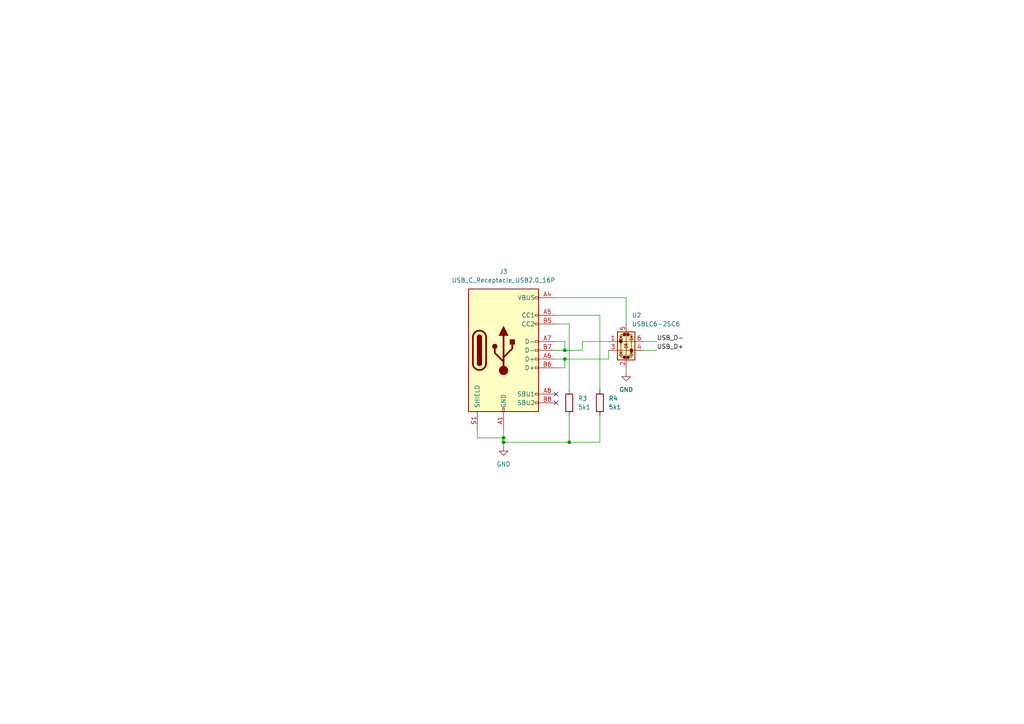
<source format=kicad_sch>
(kicad_sch (version 20250114) (generator "eeschema") (generator_version "9.0")
  (paper "A4")
  (lib_symbols
    (symbol "Connector:USB_C_Receptacle_USB2.0_16P" (pin_names (offset 1.016))
      (property "Reference" "J" (at 0 22.225 0))
      (property "Value" "USB_C_Receptacle_USB2.0_16P" (at 0 19.685 0))
      (symbol "USB_C_Receptacle_USB2.0_16P_0_0"
        (rectangle (start -0.254 -17.78) (end 0.254 -16.764))
        (rectangle (start 10.16 15.494) (end 9.144 14.986))
        (rectangle (start 10.16 10.414) (end 9.144 9.906))
        (rectangle (start 10.16 7.874) (end 9.144 7.366))
        (rectangle (start 10.16 2.794) (end 9.144 2.286))
        (rectangle (start 10.16 0.254) (end 9.144 -0.254))
        (rectangle (start 10.16 -2.286) (end 9.144 -2.794))
        (rectangle (start 10.16 -4.826) (end 9.144 -5.334))
        (rectangle (start 10.16 -12.446) (end 9.144 -12.954))
        (rectangle (start 10.16 -14.986) (end 9.144 -15.494))
      )
      (symbol "USB_C_Receptacle_USB2.0_16P_0_1"
        (rectangle (start -10.16 17.78) (end 10.16 -17.78) (stroke (width 0.254)) (fill (type background)))
        (polyline (pts (xy -8.89 -3.81) (xy -8.89 3.81)) (stroke (width 0.508)))
        (rectangle (start -7.62 -3.81) (end -6.35 3.81) (stroke (width 0.254)) (fill (type outline)))
        (arc (start -7.62 3.81) (mid -6.985 4.4423) (end -6.35 3.81) (stroke (width 0.254)))
        (arc (start -7.62 3.81) (mid -6.985 4.4423) (end -6.35 3.81) (stroke (width 0.254)) (fill (type outline)))
        (arc (start -8.89 3.81) (mid -6.985 5.7067) (end -5.08 3.81) (stroke (width 0.508)))
        (arc (start -5.08 -3.81) (mid -6.985 -5.7067) (end -8.89 -3.81) (stroke (width 0.508)))
        (arc (start -6.35 -3.81) (mid -6.985 -4.4423) (end -7.62 -3.81) (stroke (width 0.254)))
        (arc (start -6.35 -3.81) (mid -6.985 -4.4423) (end -7.62 -3.81) (stroke (width 0.254)) (fill (type outline)))
        (polyline (pts (xy -5.08 3.81) (xy -5.08 -3.81)) (stroke (width 0.508)))
        (circle (center -2.54 1.143) (radius 0.635) (stroke (width 0.254)) (fill (type outline)))
        (polyline (pts (xy -1.27 4.318) (xy 0 6.858) (xy 1.27 4.318) (xy -1.27 4.318)) (stroke (width 0.254)) (fill (type outline)))
        (polyline (pts (xy 0 -2.032) (xy 2.54 0.508) (xy 2.54 1.778)) (stroke (width 0.508)))
        (polyline (pts (xy 0 -3.302) (xy -2.54 -0.762) (xy -2.54 0.508)) (stroke (width 0.508)))
        (polyline (pts (xy 0 -5.842) (xy 0 4.318)) (stroke (width 0.508)))
        (circle (center 0 -5.842) (radius 1.27) (fill (type outline)))
        (rectangle (start 1.905 1.778) (end 3.175 3.048) (stroke (width 0.254)) (fill (type outline)))
      )
      (symbol "USB_C_Receptacle_USB2.0_16P_1_1"
        (pin passive line (at -7.62 -22.86 90) (length 5.08) (name "SHIELD") (number "S1"))
        (pin passive line (at 0 -22.86 90) (length 5.08) (name "GND") (number "A1"))
        (pin passive line (at 0 -22.86 90) (length 5.08) (hide yes) (name "GND") (number "A12"))
        (pin passive line (at 0 -22.86 90) (length 5.08) (hide yes) (name "GND") (number "B1"))
        (pin passive line (at 0 -22.86 90) (length 5.08) (hide yes) (name "GND") (number "B12"))
        (pin passive line (at 15.24 15.24 180) (length 5.08) (name "VBUS") (number "A4"))
        (pin passive line (at 15.24 15.24 180) (length 5.08) (hide yes) (name "VBUS") (number "A9"))
        (pin passive line (at 15.24 15.24 180) (length 5.08) (hide yes) (name "VBUS") (number "B4"))
        (pin passive line (at 15.24 15.24 180) (length 5.08) (hide yes) (name "VBUS") (number "B9"))
        (pin bidirectional line (at 15.24 10.16 180) (length 5.08) (name "CC1") (number "A5"))
        (pin bidirectional line (at 15.24 7.62 180) (length 5.08) (name "CC2") (number "B5"))
        (pin bidirectional line (at 15.24 2.54 180) (length 5.08) (name "D-") (number "A7"))
        (pin bidirectional line (at 15.24 0 180) (length 5.08) (name "D-") (number "B7"))
        (pin bidirectional line (at 15.24 -2.54 180) (length 5.08) (name "D+") (number "A6"))
        (pin bidirectional line (at 15.24 -5.08 180) (length 5.08) (name "D+") (number "B6"))
        (pin bidirectional line (at 15.24 -12.7 180) (length 5.08) (name "SBU1") (number "A8"))
        (pin bidirectional line (at 15.24 -15.24 180) (length 5.08) (name "SBU2") (number "B8"))
      )
    )
    (symbol "Device:R" (pin_numbers (hide yes)) (pin_names (offset 0))
      (property "Reference" "R" (at 2.032 0 90))
      (property "Value" "R" (at 0 0 90))
      (symbol "R_0_1"
        (rectangle (start -1.016 -2.54) (end 1.016 2.54) (stroke (width 0.254)))
      )
      (symbol "R_1_1"
        (pin passive line (at 0 3.81 270) (length 1.27) (name "~") (number "1"))
        (pin passive line (at 0 -3.81 90) (length 1.27) (name "~") (number "2"))
      )
    )
    (symbol "Power_Protection:USBLC6-2SC6" (pin_names (hide yes))
      (property "Reference" "U" (at 0.635 5.715 0))
      (property "Value" "USBLC6-2SC6" (at 0.635 3.81 0))
      (symbol "USBLC6-2SC6_0_0"
        (circle (center -1.524 0) (radius 0.0001) (stroke (width 0.508)))
        (circle (center -0.508 2.032) (radius 0.0001) (stroke (width 0.508)))
        (circle (center -0.508 -4.572) (radius 0.0001) (stroke (width 0.508)))
        (circle (center 0.508 2.032) (radius 0.0001) (stroke (width 0.508)))
        (circle (center 0.508 -4.572) (radius 0.0001) (stroke (width 0.508)))
        (circle (center 1.524 -2.54) (radius 0.0001) (stroke (width 0.508)))
      )
      (symbol "USBLC6-2SC6_0_1"
        (polyline (pts (xy -2.54 0) (xy 2.54 0)))
        (polyline (pts (xy -2.54 -2.54) (xy 2.54 -2.54)))
        (polyline (pts (xy -2.032 0.508) (xy -1.016 0.508) (xy -1.524 1.524) (xy -2.032 0.508)))
        (polyline (pts (xy -2.032 -3.048) (xy -1.016 -3.048)))
        (polyline (pts (xy -1.016 1.524) (xy -2.032 1.524)))
        (polyline (pts (xy -1.016 -4.064) (xy -2.032 -4.064) (xy -1.524 -3.048) (xy -1.016 -4.064)))
        (polyline (pts (xy -0.508 -1.143) (xy -0.508 -0.762) (xy 0.508 -0.762)))
        (polyline (pts (xy 0 2.54) (xy -0.508 2.032) (xy 0.508 2.032) (xy 0 1.524) (xy 0 -4.064) (xy -0.508 -4.572) (xy 0.508 -4.572) (xy 0 -5.08)))
        (polyline (pts (xy 0.508 -1.778) (xy -0.508 -1.778) (xy 0 -0.762) (xy 0.508 -1.778)))
        (polyline (pts (xy 1.016 1.524) (xy 2.032 1.524)))
        (polyline (pts (xy 1.016 -3.048) (xy 2.032 -3.048)))
        (polyline (pts (xy 2.032 0.508) (xy 1.016 0.508) (xy 1.524 1.524) (xy 2.032 0.508)))
        (polyline (pts (xy 2.032 -4.064) (xy 1.016 -4.064) (xy 1.524 -3.048) (xy 2.032 -4.064)))
      )
      (symbol "USBLC6-2SC6_1_1"
        (rectangle (start -2.54 2.794) (end 2.54 -5.334) (stroke (width 0.254)) (fill (type background)))
        (polyline (pts (xy -0.508 2.032) (xy -1.524 2.032) (xy -1.524 -4.572) (xy -0.508 -4.572)))
        (polyline (pts (xy 0.508 -4.572) (xy 1.524 -4.572) (xy 1.524 2.032) (xy 0.508 2.032)))
        (pin passive line (at -5.08 0 0) (length 2.54) (name "I/O1") (number "1"))
        (pin passive line (at -5.08 -2.54 0) (length 2.54) (name "I/O2") (number "3"))
        (pin passive line (at 0 5.08 270) (length 2.54) (name "VBUS") (number "5"))
        (pin passive line (at 0 -7.62 90) (length 2.54) (name "GND") (number "2"))
        (pin passive line (at 5.08 0 180) (length 2.54) (name "I/O1") (number "6"))
        (pin passive line (at 5.08 -2.54 180) (length 2.54) (name "I/O2") (number "4"))
      )
    )
    (symbol "power:GND" (power) (pin_numbers (hide yes)) (pin_names (offset 0) (hide yes))
      (property "Value" "GND" (at 0 -3.81 0))
      (symbol "GND_0_1"
        (polyline (pts (xy 0 0) (xy 0 -1.27) (xy 1.27 -1.27) (xy 0 -2.54) (xy -1.27 -1.27) (xy 0 -1.27)))
      )
      (symbol "GND_1_1"
        (pin power_in line (at 0 0 270) (length 0) (name "~") (number "1"))
      )
    )
  )
  (junction (at 163.83 101.6))
  (junction (at 165.1 128.27))
  (junction (at 146.05 128.27))
  (junction (at 146.05 127))
  (junction (at 163.83 104.14))
  (no_connect (at 161.29 116.84))
  (no_connect (at 161.29 114.3))
  (wire (pts (xy 161.29 93.98) (xy 165.1 93.98)))
  (wire (pts (xy 181.61 86.36) (xy 181.61 93.98)))
  (wire (pts (xy 146.05 128.27) (xy 165.1 128.27)))
  (wire (pts (xy 146.05 127) (xy 146.05 124.46)))
  (wire (pts (xy 181.61 107.95) (xy 181.61 106.68)))
  (wire (pts (xy 161.29 86.36) (xy 181.61 86.36)))
  (wire (pts (xy 161.29 99.06) (xy 163.83 99.06)))
  (wire (pts (xy 163.83 104.14) (xy 176.53 104.14)))
  (wire (pts (xy 176.53 104.14) (xy 176.53 101.6)))
  (wire (pts (xy 173.99 120.65) (xy 173.99 128.27)))
  (wire (pts (xy 168.91 101.6) (xy 163.83 101.6)))
  (wire (pts (xy 165.1 120.65) (xy 165.1 128.27)))
  (wire (pts (xy 186.69 101.6) (xy 190.5 101.6)))
  (wire (pts (xy 161.29 106.68) (xy 163.83 106.68)))
  (wire (pts (xy 165.1 93.98) (xy 165.1 113.03)))
  (wire (pts (xy 161.29 104.14) (xy 163.83 104.14)))
  (wire (pts (xy 161.29 91.44) (xy 173.99 91.44)))
  (wire (pts (xy 163.83 106.68) (xy 163.83 104.14)))
  (wire (pts (xy 186.69 99.06) (xy 190.5 99.06)))
  (wire (pts (xy 163.83 99.06) (xy 163.83 101.6)))
  (wire (pts (xy 168.91 99.06) (xy 168.91 101.6)))
  (wire (pts (xy 146.05 129.54) (xy 146.05 128.27)))
  (wire (pts (xy 173.99 91.44) (xy 173.99 113.03)))
  (wire (pts (xy 138.43 124.46) (xy 138.43 127)))
  (wire (pts (xy 146.05 128.27) (xy 146.05 127)))
  (wire (pts (xy 163.83 101.6) (xy 161.29 101.6)))
  (wire (pts (xy 138.43 127) (xy 146.05 127)))
  (wire (pts (xy 165.1 128.27) (xy 173.99 128.27)))
  (wire (pts (xy 176.53 99.06) (xy 168.91 99.06)))
  (label "USB_D-" (at 190.5 99.06 0))
  (label "USB_D+" (at 190.5 101.6 0))
  (symbol (lib_id "Device:R") (at 173.99 116.84 0) (unit 1)
    (property "Reference" "R4" (at 176.53 115.5699 0) (effects (justify left)))
    (property "Value" "5k1" (at 176.53 118.1099 0) (effects (justify left)))
    (property "Description" "Resistor" (effects (hide yes)))
  )
  (symbol (lib_id "Device:R") (at 165.1 116.84 0) (unit 1)
    (property "Reference" "R3" (at 167.64 115.5699 0) (effects (justify left)))
    (property "Value" "5k1" (at 167.64 118.1099 0) (effects (justify left)))
    (property "Description" "Resistor" (effects (hide yes)))
  )
  (symbol (lib_id "power:GND") (at 181.61 107.95 0) (unit 1)
    (property "Reference" "#PWR021" (effects (hide yes)))
    (property "Value" "GND" (at 181.61 113.03 0))
    (property "Description" "Power symbol creates a global label with name \"GND\" , ground" (effects (hide yes)))
  )
  (symbol (lib_id "power:GND") (at 146.05 129.54 0) (unit 1)
    (property "Reference" "#PWR023" (effects (hide yes)))
    (property "Value" "GND" (at 146.05 134.62 0))
    (property "Description" "Power symbol creates a global label with name \"GND\" , ground" (effects (hide yes)))
  )
  (symbol (lib_id "Connector:USB_C_Receptacle_USB2.0_16P") (at 146.05 101.6 0) (unit 1)
    (property "Reference" "J3" (at 146.05 78.74 0))
    (property "Value" "USB_C_Receptacle_USB2.0_16P" (at 146.05 81.28 0))
    (property "Datasheet" "https://www.usb.org/sites/default/files/documents/usb_type-c.zip" (effects (hide yes)))
    (property "Description" "USB 2.0-only 16P Type-C Receptacle connector" (effects (hide yes)))
  )
  (symbol (lib_id "Power_Protection:USBLC6-2SC6") (at 181.61 99.06 0) (unit 1)
    (property "Reference" "U2" (at 183.2611 91.44 0) (effects (justify left)))
    (property "Value" "USBLC6-2SC6" (at 183.2611 93.98 0) (effects (justify left)))
    (property "Footprint" "Package_TO_SOT_SMD:SOT-23-6" (effects (hide yes)))
    (property "Datasheet" "https://www.st.com/resource/en/datasheet/usblc6-2.pdf" (effects (hide yes)))
    (property "Description" "Very low capacitance ESD protection diode, 2 data-line, SOT-23-6" (effects (hide yes)))
  )
)
</source>
